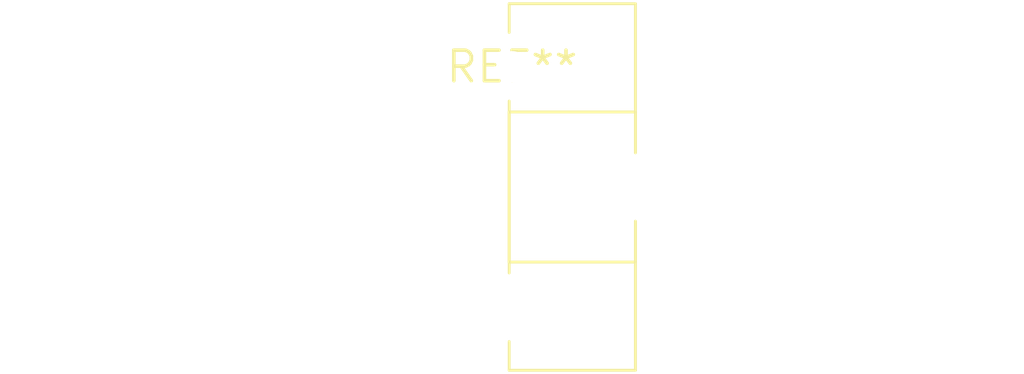
<source format=kicad_pcb>
(kicad_pcb (version 20240108) (generator pcbnew)
  (layers (0 "F.Cu" signal) (31 "B.Cu" signal) (34 "B.Paste" user) (35 "F.Paste" user) (36 "B.SilkS" user "B.Silkscreen") (37 "F.SilkS" user "F.Silkscreen") (38 "B.Mask" user) (39 "F.Mask" user) (44 "Edge.Cuts" user))
  (net 0 "")
  (footprint "Potentiometer_Piher_PT-15-H25_Horizontal" (layer "F.Cu") (at 0 0)
    (property "Reference" "REF**")
    (property "Value" "Potentiometer_Piher_PT-15-H25_Horizontal")
    (fp_line (start -0.121 -2.62) (end -0.121 -1.426) (layer "F.SilkS") (stroke (width 0.12)))
    (fp_line (start -0.121 -2.62) (end 5.12 -2.62) (layer "F.SilkS") (stroke (width 0.12)))
    (fp_line (start -0.121 1.426) (end -0.121 8.575) (layer "F.SilkS") (stroke (width 0.12)))
    (fp_line (start -0.121 1.88) (end -0.121 8.121) (layer "F.SilkS") (stroke (width 0.12)))
    (fp_line (start -0.121 1.88) (end 5.12 1.88) (layer "F.SilkS") (stroke (width 0.12)))
    (fp_line (start -0.121 8.121) (end 5.12 8.121) (layer "F.SilkS") (stroke (width 0.12)))
    (fp_line (start -0.121 11.425) (end -0.121 12.62) (layer "F.SilkS") (stroke (width 0.12)))
    (fp_line (start -0.121 12.62) (end 5.12 12.62) (layer "F.SilkS") (stroke (width 0.12)))
    (fp_line (start 5.12 -2.62) (end 5.12 3.575) (layer "F.SilkS") (stroke (width 0.12)))
    (fp_line (start 5.12 1.88) (end 5.12 3.575) (layer "F.SilkS") (stroke (width 0.12)))
    (fp_line (start 5.12 6.425) (end 5.12 8.121) (layer "F.SilkS") (stroke (width 0.12)))
    (fp_line (start 5.12 6.425) (end 5.12 12.62) (layer "F.SilkS") (stroke (width 0.12)))
    (pad "1" thru_hole circle (at 0 0) (size 2.34 2.34) (drill 1.3) (layers *.Cu *.Mask) (remove_unused_layers))
    (pad "2" thru_hole circle (at 5 5) (size 2.34 2.34) (drill 1.3) (layers *.Cu *.Mask) (remove_unused_layers))
    (pad "3" thru_hole circle (at 0 10) (size 2.34 2.34) (drill 1.3) (layers *.Cu *.Mask) (remove_unused_layers))
  )
)
</source>
